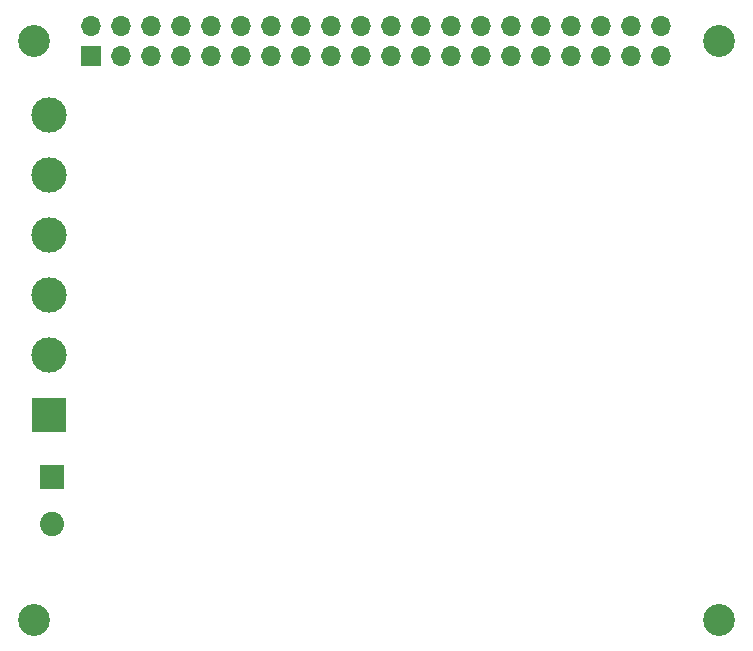
<source format=gbs>
G04 #@! TF.GenerationSoftware,KiCad,Pcbnew,(5.1.0)-1*
G04 #@! TF.CreationDate,2020-03-11T13:06:58+00:00*
G04 #@! TF.ProjectId,2D Top Board,32442054-6f70-4204-926f-6172642e6b69,-*
G04 #@! TF.SameCoordinates,Original*
G04 #@! TF.FileFunction,Soldermask,Bot*
G04 #@! TF.FilePolarity,Negative*
%FSLAX46Y46*%
G04 Gerber Fmt 4.6, Leading zero omitted, Abs format (unit mm)*
G04 Created by KiCad (PCBNEW (5.1.0)-1) date 2020-03-11 13:06:58*
%MOMM*%
%LPD*%
G04 APERTURE LIST*
%ADD10C,2.700000*%
%ADD11R,1.700000X1.700000*%
%ADD12O,1.700000X1.700000*%
%ADD13C,2.050000*%
%ADD14R,2.050000X2.050000*%
%ADD15C,3.000000*%
%ADD16R,3.000000X3.000000*%
G04 APERTURE END LIST*
D10*
X111450000Y-69560000D03*
D11*
X116320000Y-70830000D03*
D12*
X116320000Y-68290000D03*
X118860000Y-70830000D03*
X118860000Y-68290000D03*
X121400000Y-70830000D03*
X121400000Y-68290000D03*
X123940000Y-70830000D03*
X123940000Y-68290000D03*
X126480000Y-70830000D03*
X126480000Y-68290000D03*
X129020000Y-70830000D03*
X129020000Y-68290000D03*
X131560000Y-70830000D03*
X131560000Y-68290000D03*
X134100000Y-70830000D03*
X134100000Y-68290000D03*
X136640000Y-70830000D03*
X136640000Y-68290000D03*
X139180000Y-70830000D03*
X139180000Y-68290000D03*
X141720000Y-70830000D03*
X141720000Y-68290000D03*
X144260000Y-70830000D03*
X144260000Y-68290000D03*
X146800000Y-70830000D03*
X146800000Y-68290000D03*
X149340000Y-70830000D03*
X149340000Y-68290000D03*
X151880000Y-70830000D03*
X151880000Y-68290000D03*
X154420000Y-70830000D03*
X154420000Y-68290000D03*
X156960000Y-70830000D03*
X156960000Y-68290000D03*
X159500000Y-70830000D03*
X159500000Y-68290000D03*
X162040000Y-70830000D03*
X162040000Y-68290000D03*
X164580000Y-70830000D03*
X164580000Y-68290000D03*
D10*
X169450000Y-118560000D03*
X111450000Y-118560000D03*
X169450000Y-69560000D03*
D13*
X113000000Y-110460000D03*
D14*
X113000000Y-106500000D03*
D15*
X112750000Y-96170000D03*
X112750000Y-91090000D03*
D16*
X112750000Y-101250000D03*
D15*
X112750000Y-86010000D03*
X112750000Y-80930000D03*
X112750000Y-75850000D03*
M02*

</source>
